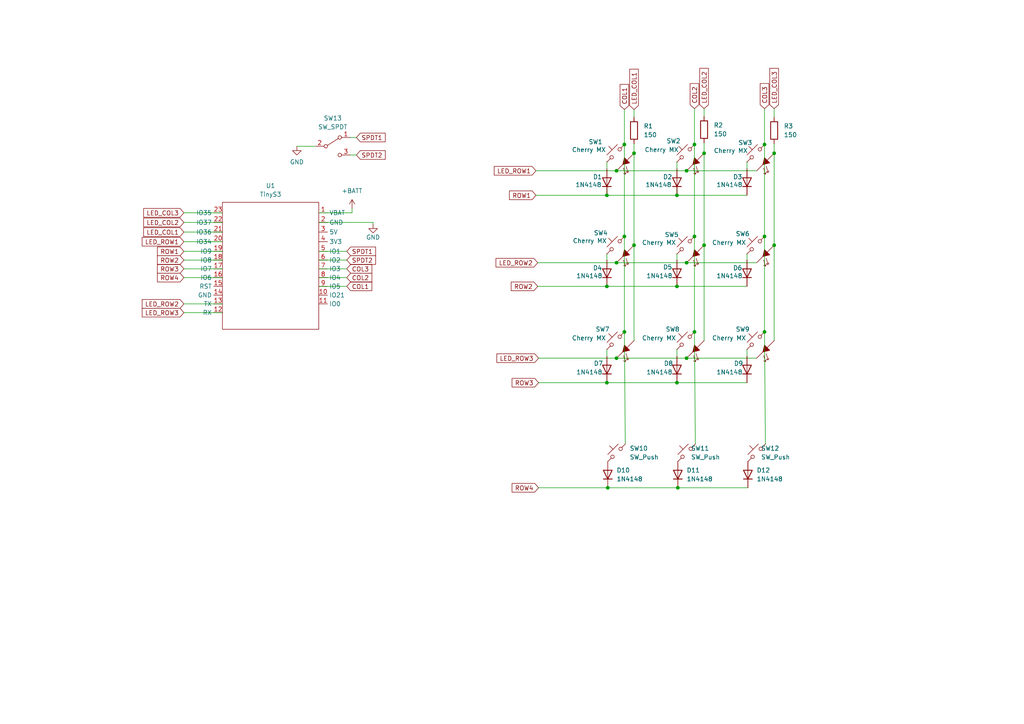
<source format=kicad_sch>
(kicad_sch (version 20211123) (generator eeschema)
  (paper "A4")
  (title_block (title "Macro Keyboard V1") (date "2022-08-27"))
  (lib_symbols
    (symbol "Device:R" (pin_numbers hide) (pin_names (offset 0))
      (property "Reference" "R" (at 2.032 0 90))
      (property "Value" "R" (at 0 0 90))
      (symbol "R_0_1"
        (rectangle (start -1.016 -2.54) (end 1.016 2.54) (stroke (width 0.254)))
      )
      (symbol "R_1_1"
        (pin passive line (at 0 3.81 270) (length 1.27) (name "~") (number "1"))
        (pin passive line (at 0 -3.81 90) (length 1.27) (name "~") (number "2"))
      )
    )
    (symbol "Diode:1N4148W" (pin_numbers hide) (pin_names (offset 1.016) hide)
      (property "Reference" "D" (at 0 2.54 0))
      (property "Value" "1N4148W" (at 0 -2.54 0))
      (symbol "1N4148W_0_1"
        (polyline (pts (xy -1.27 1.27) (xy -1.27 -1.27)) (stroke (width 0.254)))
        (polyline (pts (xy 1.27 0) (xy -1.27 0)))
        (polyline (pts (xy 1.27 1.27) (xy 1.27 -1.27) (xy -1.27 0) (xy 1.27 1.27)) (stroke (width 0.254)))
      )
      (symbol "1N4148W_1_1"
        (pin passive line (at -3.81 0 0) (length 2.54) (name "K") (number "1"))
        (pin passive line (at 3.81 0 180) (length 2.54) (name "A") (number "2"))
      )
    )
    (symbol "Macro-Keyboard-symbols:SW_Push_45deg" (pin_numbers hide) (pin_names (offset 1.016) hide)
      (property "Reference" "SW" (at 3.048 1.016 0))
      (property "Value" "SW_Push_45deg" (at 0 -3.81 0))
      (symbol "SW_Push_45deg_0_1"
        (circle (center -1.1684 1.1684) (radius 0.508))
        (polyline (pts (xy -0.508 2.54) (xy 2.54 -0.508)))
        (polyline (pts (xy 1.016 1.016) (xy 2.032 2.032)))
        (polyline (pts (xy -2.54 2.54) (xy -1.524 1.524) (xy -1.524 1.524)))
        (polyline (pts (xy 1.524 -1.524) (xy 2.54 -2.54) (xy 2.54 -2.54) (xy 2.54 -2.54)))
        (circle (center 1.143 -1.1938) (radius 0.508))
        (pin passive line (at -2.54 2.54 0) (length 0) (name "1") (number "1"))
        (pin passive line (at 2.54 -2.54 180) (length 0) (name "2") (number "2"))
      )
    )
    (symbol "Macro-Keyboard-symbols:SW_Push_LED_45deg" (pin_numbers hide) (pin_names (offset 1.016) hide)
      (property "Reference" "SW" (at 3.048 1.016 0))
      (property "Value" "SW_Push_LED_45deg" (at -0.762 -6.35 0))
      (symbol "SW_Push_LED_45deg_0_0"
        (polyline (pts (xy -6.096 -2.794) (xy -4.318 -2.286)))
        (polyline (pts (xy -5.588 -3.556) (xy -3.81 -3.048)))
        (polyline (pts (xy -5.842 -2.286) (xy -6.096 -2.794) (xy -5.588 -3.048)))
        (polyline (pts (xy -5.334 -3.048) (xy -5.588 -3.556) (xy -5.08 -3.81)))
        (polyline (pts (xy -2.794 -4.064) (xy -1.27 -2.54) (xy -3.302 -2.032) (xy -2.794 -4.064)) (fill (type outline)))
      )
      (symbol "SW_Push_LED_45deg_0_1"
        (circle (center -1.1684 1.1684) (radius 0.508))
        (polyline (pts (xy -0.508 2.54) (xy 2.54 -0.508)))
        (polyline (pts (xy 1.016 1.016) (xy 2.032 2.032)))
        (polyline (pts (xy -2.54 2.54) (xy -1.524 1.524) (xy -1.524 1.524)))
        (polyline (pts (xy -5.08 -0.254) (xy 0 -5.334) (xy 0 -5.334) (xy 0 -5.334)))
        (polyline (pts (xy 1.524 -1.524) (xy 2.54 -2.54) (xy 2.54 -2.54) (xy 2.54 -2.54)))
        (circle (center 1.143 -1.1938) (radius 0.508))
        (pin passive line (at 2.54 -2.54 180) (length 0) (name "1") (number "1"))
        (pin passive line (at -2.54 2.54 0) (length 0) (name "2") (number "2"))
      )
      (symbol "SW_Push_LED_45deg_1_1"
        (pin passive line (at 0 -5.334 180) (length 0) (name "3") (number "3"))
        (pin passive line (at -5.08 -0.254 0) (length 0) (name "4") (number "4"))
      )
    )
    (symbol "Macro-Keyboard-symbols:SW_SPDT" (pin_names (offset 0) hide)
      (property "Reference" "SW" (at 0 4.318 0))
      (property "Value" "SW_SPDT" (at 0 -5.08 0))
      (symbol "SW_SPDT_0_0"
        (circle (center -2.032 0) (radius 0.508))
        (circle (center 2.032 -2.54) (radius 0.508))
      )
      (symbol "SW_SPDT_0_1"
        (polyline (pts (xy -1.524 0.254) (xy 1.651 2.286)))
        (circle (center 2.032 2.54) (radius 0.508))
      )
      (symbol "SW_SPDT_1_1"
        (pin passive line (at 5.08 2.54 180) (length 2.54) (name "A") (number "1"))
        (pin passive line (at -5.08 0 0) (length 2.54) (name "B") (number "2"))
        (pin passive line (at 5.08 -2.54 180) (length 2.54) (name "C") (number "3"))
      )
    )
    (symbol "Macro-Keyboard-symbols:TinyS3"
      (property "Reference" "U" (at -0.508 -20.32 0))
      (property "Value" "TinyS3" (at -0.508 21.844 0))
      (symbol "TinyS3_0_1"
        (rectangle (start 13.716 -17.526) (end -14.224 19.304) (stroke (width 0.1524)))
      )
      (symbol "TinyS3_1_1"
        (pin power_in line (at 13.716 16.256 0) (length 2.54) (name "VBAT") (number "1"))
        (pin bidirectional line (at 13.716 -7.62 0) (length 2.54) (name "IO21") (number "10"))
        (pin bidirectional line (at 13.716 -10.16 0) (length 2.54) (name "IO0") (number "11"))
        (pin bidirectional line (at -14.224 -12.7 180) (length 2.54) (name "RX") (number "12"))
        (pin bidirectional line (at -14.224 -10.16 180) (length 2.54) (name "TX") (number "13"))
        (pin power_in line (at -14.224 -7.62 180) (length 2.54) (name "GND") (number "14"))
        (pin input line (at -14.224 -5.08 180) (length 2.54) (name "RST") (number "15"))
        (pin bidirectional line (at -14.224 -2.54 180) (length 2.54) (name "IO6") (number "16"))
        (pin bidirectional line (at -14.224 0 180) (length 2.54) (name "IO7") (number "17"))
        (pin bidirectional line (at -14.224 2.54 180) (length 2.54) (name "IO8") (number "18"))
        (pin bidirectional line (at -14.224 5.08 180) (length 2.54) (name "IO9") (number "19"))
        (pin power_in line (at 13.716 13.462 0) (length 2.54) (name "GND") (number "2"))
        (pin bidirectional line (at -14.224 7.874 180) (length 2.54) (name "IO34") (number "20"))
        (pin bidirectional line (at -14.224 10.668 180) (length 2.54) (name "IO36") (number "21"))
        (pin bidirectional line (at -14.224 13.462 180) (length 2.54) (name "IO37") (number "22"))
        (pin bidirectional line (at -14.224 16.256 180) (length 2.54) (name "IO35") (number "23"))
        (pin power_in line (at 13.716 10.668 0) (length 2.54) (name "5V") (number "3"))
        (pin power_in line (at 13.716 7.874 0) (length 2.54) (name "3V3") (number "4"))
        (pin bidirectional line (at 13.716 5.08 0) (length 2.54) (name "IO1") (number "5"))
        (pin bidirectional line (at 13.716 2.54 0) (length 2.54) (name "IO2") (number "6"))
        (pin bidirectional line (at 13.716 0 0) (length 2.54) (name "IO3") (number "7"))
        (pin bidirectional line (at 13.716 -2.54 0) (length 2.54) (name "IO4") (number "8"))
        (pin bidirectional line (at 13.716 -5.08 0) (length 2.54) (name "IO5") (number "9"))
      )
    )
    (symbol "power:+BATT" (power) (pin_names (offset 0))
      (property "Value" "+BATT" (at 0 3.556 0))
      (symbol "+BATT_0_1"
        (polyline (pts (xy -0.762 1.27) (xy 0 2.54)))
        (polyline (pts (xy 0 0) (xy 0 2.54)))
        (polyline (pts (xy 0 2.54) (xy 0.762 1.27)))
      )
      (symbol "+BATT_1_1"
        (pin power_in line (at 0 0 90) (length 0) hide (name "+BATT") (number "1"))
      )
    )
    (symbol "power:GND" (power) (pin_names (offset 0))
      (property "Value" "GND" (at 0 -3.81 0))
      (symbol "GND_0_1"
        (polyline (pts (xy 0 0) (xy 0 -1.27) (xy 1.27 -1.27) (xy 0 -2.54) (xy -1.27 -1.27) (xy 0 -1.27)))
      )
      (symbol "GND_1_1"
        (pin power_in line (at 0 0 270) (length 0) hide (name "GND") (number "1"))
      )
    )
  )
  (junction (at 178.816 49.53))
  (junction (at 204.216 44.45))
  (junction (at 181.102 68.58))
  (junction (at 199.136 49.53))
  (junction (at 178.816 103.886))
  (junction (at 199.136 103.886))
  (junction (at 178.816 76.2))
  (junction (at 176.022 56.642))
  (junction (at 181.102 96.266))
  (junction (at 221.742 68.58))
  (junction (at 181.102 41.91))
  (junction (at 201.422 96.266))
  (junction (at 196.596 141.478))
  (junction (at 176.022 83.058))
  (junction (at 176.276 141.478))
  (junction (at 224.536 71.12))
  (junction (at 204.216 71.12))
  (junction (at 196.342 110.998))
  (junction (at 183.896 71.12))
  (junction (at 221.742 41.91))
  (junction (at 199.136 76.2))
  (junction (at 201.422 68.58))
  (junction (at 201.422 41.91))
  (junction (at 196.342 83.058))
  (junction (at 183.896 44.45))
  (junction (at 221.742 96.266))
  (junction (at 196.342 56.642))
  (junction (at 176.022 110.998))
  (junction (at 224.536 44.45))
  (wire (pts (xy 155.956 76.2) (xy 178.816 76.2)))
  (wire (pts (xy 181.102 68.58) (xy 181.102 96.266)))
  (wire (pts (xy 216.662 103.378) (xy 216.662 101.346)))
  (wire (pts (xy 176.022 103.378) (xy 176.022 101.346)))
  (wire (pts (xy 156.21 141.478) (xy 176.276 141.478)))
  (wire (pts (xy 156.21 103.886) (xy 178.816 103.886)))
  (wire (pts (xy 224.536 71.12) (xy 224.536 98.806)))
  (wire (pts (xy 53.34 80.518) (xy 64.516 80.518)))
  (wire (pts (xy 199.136 49.53) (xy 219.456 49.53)))
  (wire (pts (xy 155.448 56.642) (xy 176.022 56.642)))
  (wire (pts (xy 101.6 44.958) (xy 103.378 44.958)))
  (wire (pts (xy 199.136 76.2) (xy 219.456 76.2)))
  (wire (pts (xy 53.34 67.31) (xy 64.516 67.31)))
  (wire (pts (xy 101.6 39.878) (xy 103.378 39.878)))
  (wire (pts (xy 199.136 103.886) (xy 219.456 103.886)))
  (wire (pts (xy 176.276 141.478) (xy 196.596 141.478)))
  (wire (pts (xy 216.662 75.438) (xy 216.662 73.66)))
  (wire (pts (xy 53.34 64.516) (xy 64.516 64.516)))
  (wire (pts (xy 204.216 44.45) (xy 204.216 71.12)))
  (wire (pts (xy 176.022 56.642) (xy 176.022 54.61)))
  (wire (pts (xy 53.34 75.438) (xy 64.516 75.438)))
  (wire (pts (xy 53.34 61.722) (xy 64.516 61.722)))
  (wire (pts (xy 216.662 49.022) (xy 216.662 46.99)))
  (wire (pts (xy 178.816 76.2) (xy 199.136 76.2)))
  (wire (pts (xy 201.422 68.58) (xy 201.422 96.266)))
  (wire (pts (xy 183.896 44.45) (xy 183.896 71.12)))
  (wire (pts (xy 176.022 75.438) (xy 176.022 73.66)))
  (wire (pts (xy 183.896 71.12) (xy 183.896 98.806)))
  (wire (pts (xy 92.456 64.516) (xy 108.204 64.516)))
  (wire (pts (xy 176.022 83.058) (xy 196.342 83.058)))
  (wire (pts (xy 201.422 31.496) (xy 201.422 41.91)))
  (wire (pts (xy 204.216 31.496) (xy 204.216 33.782)))
  (wire (pts (xy 178.816 103.886) (xy 199.136 103.886)))
  (wire (pts (xy 53.34 72.898) (xy 64.516 72.898)))
  (wire (pts (xy 204.216 41.402) (xy 204.216 44.45)))
  (wire (pts (xy 196.342 49.022) (xy 196.342 46.99)))
  (wire (pts (xy 108.204 64.516) (xy 108.204 65.024)))
  (wire (pts (xy 196.342 75.438) (xy 196.342 73.66)))
  (wire (pts (xy 176.022 49.022) (xy 176.022 46.99)))
  (wire (pts (xy 201.422 96.266) (xy 201.676 128.778)))
  (wire (pts (xy 53.34 77.978) (xy 64.516 77.978)))
  (wire (pts (xy 204.216 71.12) (xy 204.216 98.806)))
  (wire (pts (xy 221.742 96.266) (xy 221.996 128.778)))
  (wire (pts (xy 181.102 96.266) (xy 181.356 128.778)))
  (wire (pts (xy 196.342 110.998) (xy 216.662 110.998)))
  (wire (pts (xy 53.34 70.104) (xy 64.516 70.104)))
  (wire (pts (xy 224.536 41.656) (xy 224.536 44.45)))
  (wire (pts (xy 86.106 42.418) (xy 91.44 42.418)))
  (wire (pts (xy 92.456 77.978) (xy 100.584 77.978)))
  (wire (pts (xy 156.21 110.998) (xy 176.022 110.998)))
  (wire (pts (xy 196.342 103.378) (xy 196.342 101.346)))
  (wire (pts (xy 183.896 41.656) (xy 183.896 44.45)))
  (wire (pts (xy 92.456 75.438) (xy 100.584 75.438)))
  (wire (pts (xy 221.742 31.496) (xy 221.742 41.91)))
  (wire (pts (xy 221.742 68.58) (xy 221.742 96.266)))
  (wire (pts (xy 92.456 80.518) (xy 100.584 80.518)))
  (wire (pts (xy 224.536 44.45) (xy 224.536 71.12)))
  (wire (pts (xy 181.102 31.75) (xy 181.102 41.91)))
  (wire (pts (xy 201.422 41.91) (xy 201.422 68.58)))
  (wire (pts (xy 181.102 41.91) (xy 181.102 68.58)))
  (wire (pts (xy 53.34 88.138) (xy 64.516 88.138)))
  (wire (pts (xy 178.816 49.53) (xy 199.136 49.53)))
  (wire (pts (xy 102.108 61.722) (xy 102.108 60.452)))
  (wire (pts (xy 155.448 49.53) (xy 178.816 49.53)))
  (wire (pts (xy 196.342 83.058) (xy 216.662 83.058)))
  (wire (pts (xy 92.456 61.722) (xy 102.108 61.722)))
  (wire (pts (xy 155.956 83.058) (xy 176.022 83.058)))
  (wire (pts (xy 224.536 31.496) (xy 224.536 34.036)))
  (wire (pts (xy 176.022 56.642) (xy 196.342 56.642)))
  (wire (pts (xy 92.456 83.058) (xy 100.584 83.058)))
  (wire (pts (xy 221.742 41.91) (xy 221.742 68.58)))
  (wire (pts (xy 176.022 110.998) (xy 196.342 110.998)))
  (wire (pts (xy 92.456 72.898) (xy 100.584 72.898)))
  (wire (pts (xy 196.342 56.642) (xy 196.342 54.61)))
  (wire (pts (xy 183.896 31.75) (xy 183.896 34.036)))
  (wire (pts (xy 196.596 141.478) (xy 216.916 141.478)))
  (wire (pts (xy 53.34 90.678) (xy 64.516 90.678)))
  (wire (pts (xy 196.342 56.642) (xy 216.662 56.642)))
  (global_label "LED_ROW2" (shape input) (at 53.34 88.138 180) (property "Intersheet References" "${INTERSHEET_REFS}" (effects hide)))
  (global_label "LED_ROW2" (shape input) (at 155.956 76.2 180) (property "Intersheet References" "${INTERSHEET_REFS}" (effects hide)))
  (global_label "LED_ROW1" (shape input) (at 53.34 70.104 180) (property "Intersheet References" "${INTERSHEET_REFS}" (effects hide)))
  (global_label "ROW3" (shape input) (at 156.21 110.998 180) (property "Intersheet References" "${INTERSHEET_REFS}" (effects hide)))
  (global_label "LED_COL3" (shape input) (at 224.536 31.496 90) (property "Intersheet References" "${INTERSHEET_REFS}" (effects hide)))
  (global_label "LED_COL2" (shape input) (at 53.34 64.516 180) (property "Intersheet References" "${INTERSHEET_REFS}" (effects hide)))
  (global_label "COL1" (shape input) (at 100.584 83.058 0) (property "Intersheet References" "${INTERSHEET_REFS}" (effects hide)))
  (global_label "COL1" (shape input) (at 181.102 31.75 90) (property "Intersheet References" "${INTERSHEET_REFS}" (effects hide)))
  (global_label "LED_ROW1" (shape input) (at 155.448 49.53 180) (property "Intersheet References" "${INTERSHEET_REFS}" (effects hide)))
  (global_label "ROW1" (shape input) (at 53.34 72.898 180) (property "Intersheet References" "${INTERSHEET_REFS}" (effects hide)))
  (global_label "SPDT1" (shape input) (at 103.378 39.878 0) (property "Intersheet References" "${INTERSHEET_REFS}" (effects hide)))
  (global_label "SPDT2" (shape input) (at 103.378 44.958 0) (property "Intersheet References" "${INTERSHEET_REFS}" (effects hide)))
  (global_label "COL2" (shape input) (at 201.422 31.496 90) (property "Intersheet References" "${INTERSHEET_REFS}" (effects hide)))
  (global_label "LED_ROW3" (shape input) (at 156.21 103.886 180) (property "Intersheet References" "${INTERSHEET_REFS}" (effects hide)))
  (global_label "ROW4" (shape input) (at 53.34 80.518 180) (property "Intersheet References" "${INTERSHEET_REFS}" (effects hide)))
  (global_label "SPDT1" (shape input) (at 100.584 72.898 0) (property "Intersheet References" "${INTERSHEET_REFS}" (effects hide)))
  (global_label "COL2" (shape input) (at 100.584 80.518 0) (property "Intersheet References" "${INTERSHEET_REFS}" (effects hide)))
  (global_label "COL3" (shape input) (at 221.742 31.496 90) (property "Intersheet References" "${INTERSHEET_REFS}" (effects hide)))
  (global_label "LED_ROW3" (shape input) (at 53.34 90.678 180) (property "Intersheet References" "${INTERSHEET_REFS}" (effects hide)))
  (global_label "ROW2" (shape input) (at 155.956 83.058 180) (property "Intersheet References" "${INTERSHEET_REFS}" (effects hide)))
  (global_label "ROW1" (shape input) (at 155.448 56.642 180) (property "Intersheet References" "${INTERSHEET_REFS}" (effects hide)))
  (global_label "LED_COL1" (shape input) (at 183.896 31.75 90) (property "Intersheet References" "${INTERSHEET_REFS}" (effects hide)))
  (global_label "ROW4" (shape input) (at 156.21 141.478 180) (property "Intersheet References" "${INTERSHEET_REFS}" (effects hide)))
  (global_label "LED_COL3" (shape input) (at 53.34 61.722 180) (property "Intersheet References" "${INTERSHEET_REFS}" (effects hide)))
  (global_label "LED_COL1" (shape input) (at 53.34 67.31 180) (property "Intersheet References" "${INTERSHEET_REFS}" (effects hide)))
  (global_label "ROW3" (shape input) (at 53.34 77.978 180) (property "Intersheet References" "${INTERSHEET_REFS}" (effects hide)))
  (global_label "LED_COL2" (shape input) (at 204.216 31.496 90) (property "Intersheet References" "${INTERSHEET_REFS}" (effects hide)))
  (global_label "COL3" (shape input) (at 100.584 77.978 0) (property "Intersheet References" "${INTERSHEET_REFS}" (effects hide)))
  (global_label "ROW2" (shape input) (at 53.34 75.438 180) (property "Intersheet References" "${INTERSHEET_REFS}" (effects hide)))
  (global_label "SPDT2" (shape input) (at 100.584 75.438 0) (property "Intersheet References" "${INTERSHEET_REFS}" (effects hide)))
  (symbol (lib_id "Device:R") (at 204.216 37.592 0) (unit 1)
    (property "Reference" "R2" (at 207.01 36.3219 0) (effects (justify left)))
    (property "Value" "150" (at 207.01 38.8619 0) (effects (justify left)))
    (property "Footprint" "Resistor_SMD:R_1206_3216Metric_Pad1.30x1.75mm_HandSolder" (effects hide))
  )
  (symbol (lib_id "Macro-Keyboard-symbols:SW_Push_LED_45deg") (at 219.202 44.45 90) (unit 1)
    (property "Reference" "SW3" (at 214.122 41.402 90) (effects (justify right)))
    (property "Value" "Cherry MX" (at 207.01 43.688 90) (effects (justify right)))
    (property "Footprint" "Macro-Keyboard-footprints:CherryMX_1.00u_LED" (effects hide))
  )
  (symbol (lib_id "Macro-Keyboard-symbols:SW_Push_LED_45deg") (at 198.882 71.12 90) (unit 1)
    (property "Reference" "SW5" (at 192.786 68.072 90) (effects (justify right)))
    (property "Value" "Cherry MX" (at 186.182 70.358 90) (effects (justify right)))
    (property "Footprint" "Macro-Keyboard-footprints:CherryMX_1.00u_LED" (effects hide))
  )
  (symbol (lib_id "Macro-Keyboard-symbols:TinyS3") (at 78.74 77.978 0) (unit 1)
    (property "Reference" "U1" (at 78.486 53.848 0))
    (property "Value" "TinyS3" (at 78.486 56.388 0))
    (property "Footprint" "Macro-Keyboard-footprints:TinyS3" (effects hide))
  )
  (symbol (lib_id "Diode:1N4148W") (at 176.022 79.248 90) (unit 1)
    (property "Reference" "D4" (at 171.958 77.724 90) (effects (justify right)))
    (property "Value" "1N4148" (at 167.132 80.01 90) (effects (justify right)))
    (property "Footprint" "Diode_SMD:D_SOD-123" (effects hide))
    (property "Datasheet" "https://www.vishay.com/docs/85748/1n4148w.pdf" (effects hide))
  )
  (symbol (lib_id "Macro-Keyboard-symbols:SW_Push_45deg") (at 219.456 131.318 90) (unit 1)
    (property "Reference" "SW12" (at 220.726 130.0479 90) (effects (justify right)))
    (property "Value" "SW_Push" (at 220.726 132.5879 90) (effects (justify right)))
    (property "Footprint" "Button_Switch_THT:SW_PUSH_6mm_H5mm" (effects hide))
  )
  (symbol (lib_id "Macro-Keyboard-symbols:SW_Push_45deg") (at 199.136 131.318 90) (unit 1)
    (property "Reference" "SW11" (at 200.406 130.0479 90) (effects (justify right)))
    (property "Value" "SW_Push" (at 200.406 132.5879 90) (effects (justify right)))
    (property "Footprint" "Button_Switch_THT:SW_PUSH_6mm_H5mm" (effects hide))
  )
  (symbol (lib_id "Device:R") (at 224.536 37.846 0) (unit 1)
    (property "Reference" "R3" (at 227.33 36.5759 0) (effects (justify left)))
    (property "Value" "150" (at 227.33 39.1159 0) (effects (justify left)))
    (property "Footprint" "Resistor_SMD:R_1206_3216Metric_Pad1.30x1.75mm_HandSolder" (effects hide))
  )
  (symbol (lib_id "Diode:1N4148W") (at 176.276 137.668 90) (unit 1)
    (property "Reference" "D10" (at 178.816 136.3979 90) (effects (justify right)))
    (property "Value" "1N4148" (at 178.816 138.9379 90) (effects (justify right)))
    (property "Footprint" "Diode_SMD:D_SOD-123" (effects hide))
    (property "Datasheet" "https://www.vishay.com/docs/85748/1n4148w.pdf" (effects hide))
  )
  (symbol (lib_id "power:GND") (at 86.106 42.418 0) (unit 1)
    (property "Reference" "#PWR0103" (effects hide))
    (property "Value" "GND" (at 86.106 46.99 0))
  )
  (symbol (lib_id "Diode:1N4148W") (at 176.022 52.832 90) (unit 1)
    (property "Reference" "D1" (at 171.958 51.308 90) (effects (justify right)))
    (property "Value" "1N4148" (at 166.878 53.594 90) (effects (justify right)))
    (property "Footprint" "Diode_SMD:D_SOD-123" (effects hide))
    (property "Datasheet" "https://www.vishay.com/docs/85748/1n4148w.pdf" (effects hide))
  )
  (symbol (lib_id "Macro-Keyboard-symbols:SW_Push_LED_45deg") (at 219.202 98.806 90) (unit 1)
    (property "Reference" "SW9" (at 213.36 95.504 90) (effects (justify right)))
    (property "Value" "Cherry MX" (at 206.502 98.044 90) (effects (justify right)))
    (property "Footprint" "Macro-Keyboard-footprints:CherryMX_1.00u_LED" (effects hide))
  )
  (symbol (lib_id "Macro-Keyboard-symbols:SW_Push_LED_45deg") (at 178.562 71.12 90) (unit 1)
    (property "Reference" "SW4" (at 172.212 67.564 90) (effects (justify right)))
    (property "Value" "Cherry MX" (at 166.116 69.85 90) (effects (justify right)))
    (property "Footprint" "Macro-Keyboard-footprints:CherryMX_1.00u_LED" (effects hide))
  )
  (symbol (lib_id "power:+BATT") (at 102.108 60.452 0) (unit 1)
    (property "Reference" "#PWR0102" (effects hide))
    (property "Value" "+BATT" (at 102.108 55.372 0))
  )
  (symbol (lib_id "Device:R") (at 183.896 37.846 0) (unit 1)
    (property "Reference" "R1" (at 186.69 36.5759 0) (effects (justify left)))
    (property "Value" "150" (at 186.69 39.1159 0) (effects (justify left)))
    (property "Footprint" "Resistor_SMD:R_1206_3216Metric_Pad1.30x1.75mm_HandSolder" (effects hide))
  )
  (symbol (lib_id "Macro-Keyboard-symbols:SW_Push_LED_45deg") (at 219.202 71.12 90) (unit 1)
    (property "Reference" "SW6" (at 213.36 67.818 90) (effects (justify right)))
    (property "Value" "Cherry MX" (at 206.502 70.358 90) (effects (justify right)))
    (property "Footprint" "Macro-Keyboard-footprints:CherryMX_1.00u_LED" (effects hide))
  )
  (symbol (lib_id "Diode:1N4148W") (at 196.342 79.248 90) (unit 1)
    (property "Reference" "D5" (at 192.278 77.47 90) (effects (justify right)))
    (property "Value" "1N4148" (at 187.452 80.01 90) (effects (justify right)))
    (property "Footprint" "Diode_SMD:D_SOD-123" (effects hide))
    (property "Datasheet" "https://www.vishay.com/docs/85748/1n4148w.pdf" (effects hide))
  )
  (symbol (lib_id "Macro-Keyboard-symbols:SW_Push_LED_45deg") (at 198.882 44.45 90) (unit 1)
    (property "Reference" "SW2" (at 193.294 40.894 90) (effects (justify right)))
    (property "Value" "Cherry MX" (at 186.944 43.434 90) (effects (justify right)))
    (property "Footprint" "Macro-Keyboard-footprints:CherryMX_1.00u_LED" (effects hide))
  )
  (symbol (lib_id "Diode:1N4148W") (at 216.916 137.668 90) (unit 1)
    (property "Reference" "D12" (at 219.456 136.3979 90) (effects (justify right)))
    (property "Value" "1N4148" (at 219.456 138.9379 90) (effects (justify right)))
    (property "Footprint" "Diode_SMD:D_SOD-123" (effects hide))
    (property "Datasheet" "https://www.vishay.com/docs/85748/1n4148w.pdf" (effects hide))
  )
  (symbol (lib_id "Diode:1N4148W") (at 216.662 52.832 90) (unit 1)
    (property "Reference" "D3" (at 212.598 51.308 90) (effects (justify right)))
    (property "Value" "1N4148" (at 207.772 53.594 90) (effects (justify right)))
    (property "Footprint" "Diode_SMD:D_SOD-123" (effects hide))
    (property "Datasheet" "https://www.vishay.com/docs/85748/1n4148w.pdf" (effects hide))
  )
  (symbol (lib_id "Macro-Keyboard-symbols:SW_Push_LED_45deg") (at 178.562 98.806 90) (unit 1)
    (property "Reference" "SW7" (at 172.72 95.504 90) (effects (justify right)))
    (property "Value" "Cherry MX" (at 165.862 98.044 90) (effects (justify right)))
    (property "Footprint" "Macro-Keyboard-footprints:CherryMX_1.00u_LED" (effects hide))
  )
  (symbol (lib_id "Diode:1N4148W") (at 196.342 52.832 90) (unit 1)
    (property "Reference" "D2" (at 192.278 51.308 90) (effects (justify right)))
    (property "Value" "1N4148" (at 187.198 53.594 90) (effects (justify right)))
    (property "Footprint" "Diode_SMD:D_SOD-123" (effects hide))
    (property "Datasheet" "https://www.vishay.com/docs/85748/1n4148w.pdf" (effects hide))
  )
  (symbol (lib_id "Macro-Keyboard-symbols:SW_Push_LED_45deg") (at 178.562 44.45 90) (unit 1)
    (property "Reference" "SW1" (at 170.688 41.148 90) (effects (justify right)))
    (property "Value" "Cherry MX" (at 165.862 43.434 90) (effects (justify right)))
    (property "Footprint" "Macro-Keyboard-footprints:CherryMX_1.00u_LED" (effects hide))
  )
  (symbol (lib_id "Diode:1N4148W") (at 196.596 137.668 90) (unit 1)
    (property "Reference" "D11" (at 199.136 136.3979 90) (effects (justify right)))
    (property "Value" "1N4148" (at 199.136 138.9379 90) (effects (justify right)))
    (property "Footprint" "Diode_SMD:D_SOD-123" (effects hide))
    (property "Datasheet" "https://www.vishay.com/docs/85748/1n4148w.pdf" (effects hide))
  )
  (symbol (lib_id "Diode:1N4148W") (at 196.342 107.188 90) (unit 1)
    (property "Reference" "D8" (at 192.532 105.41 90) (effects (justify right)))
    (property "Value" "1N4148" (at 187.452 107.95 90) (effects (justify right)))
    (property "Footprint" "Diode_SMD:D_SOD-123" (effects hide))
    (property "Datasheet" "https://www.vishay.com/docs/85748/1n4148w.pdf" (effects hide))
  )
  (symbol (lib_id "Diode:1N4148W") (at 216.662 107.188 90) (unit 1)
    (property "Reference" "D9" (at 212.852 105.41 90) (effects (justify right)))
    (property "Value" "1N4148" (at 207.772 107.95 90) (effects (justify right)))
    (property "Footprint" "Diode_SMD:D_SOD-123" (effects hide))
    (property "Datasheet" "https://www.vishay.com/docs/85748/1n4148w.pdf" (effects hide))
  )
  (symbol (lib_id "Diode:1N4148W") (at 216.662 79.248 90) (unit 1)
    (property "Reference" "D6" (at 212.598 77.724 90) (effects (justify right)))
    (property "Value" "1N4148" (at 207.772 80.01 90) (effects (justify right)))
    (property "Footprint" "Diode_SMD:D_SOD-123" (effects hide))
    (property "Datasheet" "https://www.vishay.com/docs/85748/1n4148w.pdf" (effects hide))
  )
  (symbol (lib_id "Macro-Keyboard-symbols:SW_Push_LED_45deg") (at 198.882 98.806 90) (unit 1)
    (property "Reference" "SW8" (at 193.04 95.504 90) (effects (justify right)))
    (property "Value" "Cherry MX" (at 186.182 98.044 90) (effects (justify right)))
    (property "Footprint" "Macro-Keyboard-footprints:CherryMX_1.00u_LED" (effects hide))
  )
  (symbol (lib_id "Macro-Keyboard-symbols:SW_SPDT") (at 96.52 42.418 0) (unit 1)
    (property "Reference" "SW13" (at 96.52 34.29 0))
    (property "Value" "SW_SPDT" (at 96.52 36.83 0))
    (property "Footprint" "Macro-Keyboard-footprints:SK12D07VG4" (effects hide))
  )
  (symbol (lib_id "Diode:1N4148W") (at 176.022 107.188 90) (unit 1)
    (property "Reference" "D7" (at 172.212 105.41 90) (effects (justify right)))
    (property "Value" "1N4148" (at 167.132 107.95 90) (effects (justify right)))
    (property "Footprint" "Diode_SMD:D_SOD-123" (effects hide))
    (property "Datasheet" "https://www.vishay.com/docs/85748/1n4148w.pdf" (effects hide))
  )
  (symbol (lib_id "Macro-Keyboard-symbols:SW_Push_45deg") (at 178.816 131.318 90) (unit 1)
    (property "Reference" "SW10" (at 182.626 130.0479 90) (effects (justify right)))
    (property "Value" "SW_Push" (at 182.626 132.5879 90) (effects (justify right)))
    (property "Footprint" "Button_Switch_THT:SW_PUSH_6mm_H5mm" (effects hide))
  )
  (symbol (lib_id "power:GND") (at 108.204 65.024 0) (unit 1)
    (property "Reference" "#PWR0101" (effects hide))
    (property "Value" "GND" (at 108.204 68.834 0))
  )
)
</source>
